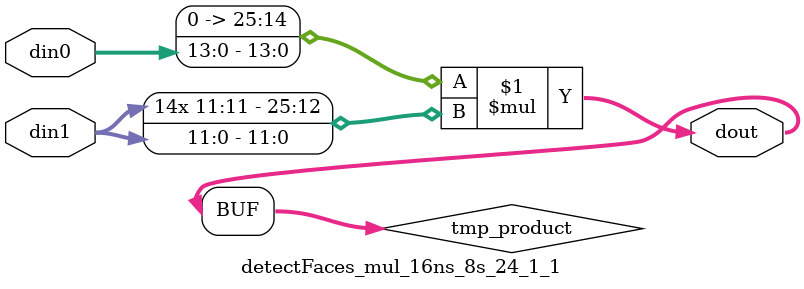
<source format=v>

`timescale 1 ns / 1 ps

 module detectFaces_mul_16ns_8s_24_1_1(din0, din1, dout);
parameter ID = 1;
parameter NUM_STAGE = 0;
parameter din0_WIDTH = 14;
parameter din1_WIDTH = 12;
parameter dout_WIDTH = 26;

input [din0_WIDTH - 1 : 0] din0; 
input [din1_WIDTH - 1 : 0] din1; 
output [dout_WIDTH - 1 : 0] dout;

wire signed [dout_WIDTH - 1 : 0] tmp_product;

























assign tmp_product = $signed({1'b0, din0}) * $signed(din1);










assign dout = tmp_product;





















endmodule

</source>
